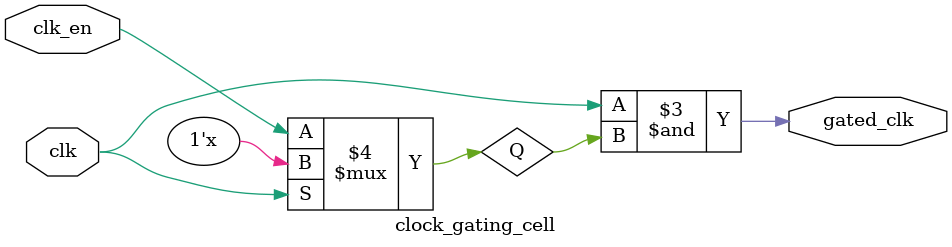
<source format=v>
/*
* ----------------------------- Ports' Definition -----------------------------
* ----------------------------- Inputs -----------------------------
* clk:        The source clock to be gated (reference clock).
* clk_en: Clock gating enable.
* 
* ----------------------------- Outputs -----------------------------
* gated_clk:  The output gated clock (ALU clock).
*/
module clock_gating_cell (
    input clk,
    input clk_en,

    output gated_clk
);
    reg Q;

    // Active low latch
    always @(clk or clk_en) begin
        if (~clk) begin
            Q <= clk_en;
        end
    end

    assign gated_clk = clk & Q;

endmodule

</source>
